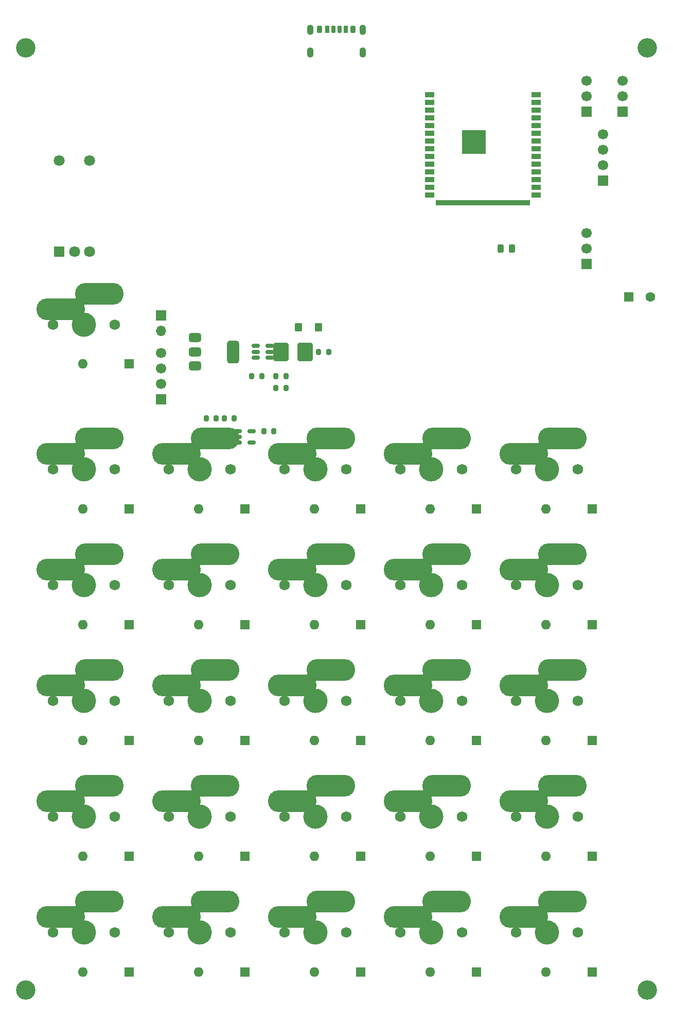
<source format=gts>
%TF.GenerationSoftware,KiCad,Pcbnew,9.0.7*%
%TF.CreationDate,2026-03-01T02:19:44-05:00*%
%TF.ProjectId,Macropad,4d616372-6f70-4616-942e-6b696361645f,rev?*%
%TF.SameCoordinates,Original*%
%TF.FileFunction,Soldermask,Top*%
%TF.FilePolarity,Negative*%
%FSLAX46Y46*%
G04 Gerber Fmt 4.6, Leading zero omitted, Abs format (unit mm)*
G04 Created by KiCad (PCBNEW 9.0.7) date 2026-03-01 02:19:44*
%MOMM*%
%LPD*%
G01*
G04 APERTURE LIST*
G04 Aperture macros list*
%AMRoundRect*
0 Rectangle with rounded corners*
0 $1 Rounding radius*
0 $2 $3 $4 $5 $6 $7 $8 $9 X,Y pos of 4 corners*
0 Add a 4 corners polygon primitive as box body*
4,1,4,$2,$3,$4,$5,$6,$7,$8,$9,$2,$3,0*
0 Add four circle primitives for the rounded corners*
1,1,$1+$1,$2,$3*
1,1,$1+$1,$4,$5*
1,1,$1+$1,$6,$7*
1,1,$1+$1,$8,$9*
0 Add four rect primitives between the rounded corners*
20,1,$1+$1,$2,$3,$4,$5,0*
20,1,$1+$1,$4,$5,$6,$7,0*
20,1,$1+$1,$6,$7,$8,$9,0*
20,1,$1+$1,$8,$9,$2,$3,0*%
G04 Aperture macros list end*
%ADD10O,8.000000X3.600000*%
%ADD11C,4.000000*%
%ADD12C,1.750000*%
%ADD13R,1.600000X1.600000*%
%ADD14O,1.600000X1.600000*%
%ADD15R,1.500000X0.900000*%
%ADD16R,3.900000X3.900000*%
%ADD17R,1.700000X1.700000*%
%ADD18C,1.700000*%
%ADD19O,1.700000X1.700000*%
%ADD20RoundRect,0.375000X-0.625000X-0.375000X0.625000X-0.375000X0.625000X0.375000X-0.625000X0.375000X0*%
%ADD21RoundRect,0.500000X-0.500000X-1.400000X0.500000X-1.400000X0.500000X1.400000X-0.500000X1.400000X0*%
%ADD22RoundRect,0.175000X-0.175000X-0.425000X0.175000X-0.425000X0.175000X0.425000X-0.175000X0.425000X0*%
%ADD23RoundRect,0.190000X0.190000X0.410000X-0.190000X0.410000X-0.190000X-0.410000X0.190000X-0.410000X0*%
%ADD24RoundRect,0.200000X0.200000X0.400000X-0.200000X0.400000X-0.200000X-0.400000X0.200000X-0.400000X0*%
%ADD25RoundRect,0.175000X0.175000X0.425000X-0.175000X0.425000X-0.175000X-0.425000X0.175000X-0.425000X0*%
%ADD26RoundRect,0.190000X-0.190000X-0.410000X0.190000X-0.410000X0.190000X0.410000X-0.190000X0.410000X0*%
%ADD27RoundRect,0.200000X-0.200000X-0.400000X0.200000X-0.400000X0.200000X0.400000X-0.200000X0.400000X0*%
%ADD28O,1.100000X1.700000*%
%ADD29RoundRect,0.150000X-0.512500X-0.150000X0.512500X-0.150000X0.512500X0.150000X-0.512500X0.150000X0*%
%ADD30RoundRect,0.200000X0.275000X-0.200000X0.275000X0.200000X-0.275000X0.200000X-0.275000X-0.200000X0*%
%ADD31RoundRect,0.200000X-0.200000X-0.275000X0.200000X-0.275000X0.200000X0.275000X-0.200000X0.275000X0*%
%ADD32RoundRect,0.250000X-1.000000X-1.250000X1.000000X-1.250000X1.000000X1.250000X-1.000000X1.250000X0*%
%ADD33RoundRect,0.240000X-0.360000X-0.460000X0.360000X-0.460000X0.360000X0.460000X-0.360000X0.460000X0*%
%ADD34RoundRect,0.243750X-0.243750X-0.456250X0.243750X-0.456250X0.243750X0.456250X-0.243750X0.456250X0*%
%ADD35C,1.600000*%
%ADD36R,1.800000X1.800000*%
%ADD37C,1.800000*%
%ADD38C,3.200000*%
G04 APERTURE END LIST*
D10*
%TO.C,SW1*%
X5715000Y-6985000D03*
X12065000Y-4445000D03*
D11*
X9525000Y-9525000D03*
D12*
X4445000Y-9525000D03*
X14605000Y-9525000D03*
%TD*%
D13*
%TO.C,D1*%
X17025000Y-16025000D03*
D14*
X9405000Y-16025000D03*
%TD*%
D10*
%TO.C,SW2*%
X5715000Y-30797000D03*
X12065000Y-28257000D03*
D11*
X9525000Y-33337000D03*
D12*
X4445000Y-33337000D03*
X14605000Y-33337000D03*
%TD*%
D13*
%TO.C,D2*%
X17025000Y-39837000D03*
D14*
X9405000Y-39837000D03*
%TD*%
D10*
%TO.C,SW3*%
X24765000Y-30797000D03*
X31115000Y-28257000D03*
D11*
X28575000Y-33337000D03*
D12*
X23495000Y-33337000D03*
X33655000Y-33337000D03*
%TD*%
D13*
%TO.C,D3*%
X36075000Y-39837000D03*
D14*
X28455000Y-39837000D03*
%TD*%
D10*
%TO.C,SW4*%
X43815000Y-30797000D03*
X50165000Y-28257000D03*
D11*
X47625000Y-33337000D03*
D12*
X42545000Y-33337000D03*
X52705000Y-33337000D03*
%TD*%
D13*
%TO.C,D4*%
X55125000Y-39837000D03*
D14*
X47505000Y-39837000D03*
%TD*%
D10*
%TO.C,SW5*%
X62865000Y-30797000D03*
X69215000Y-28257000D03*
D11*
X66675000Y-33337000D03*
D12*
X61595000Y-33337000D03*
X71755000Y-33337000D03*
%TD*%
D13*
%TO.C,D5*%
X74175000Y-39837000D03*
D14*
X66555000Y-39837000D03*
%TD*%
D10*
%TO.C,SW6*%
X81915000Y-30797000D03*
X88265000Y-28257000D03*
D11*
X85725000Y-33337000D03*
D12*
X80645000Y-33337000D03*
X90805000Y-33337000D03*
%TD*%
D13*
%TO.C,D6*%
X93225000Y-39837000D03*
D14*
X85605000Y-39837000D03*
%TD*%
D10*
%TO.C,SW7*%
X5715000Y-49848000D03*
X12065000Y-47308000D03*
D11*
X9525000Y-52388000D03*
D12*
X4445000Y-52388000D03*
X14605000Y-52388000D03*
%TD*%
D13*
%TO.C,D7*%
X17025000Y-58888000D03*
D14*
X9405000Y-58888000D03*
%TD*%
D10*
%TO.C,SW8*%
X24765000Y-49848000D03*
X31115000Y-47308000D03*
D11*
X28575000Y-52388000D03*
D12*
X23495000Y-52388000D03*
X33655000Y-52388000D03*
%TD*%
D13*
%TO.C,D8*%
X36075000Y-58888000D03*
D14*
X28455000Y-58888000D03*
%TD*%
D10*
%TO.C,SW9*%
X43815000Y-49848000D03*
X50165000Y-47308000D03*
D11*
X47625000Y-52388000D03*
D12*
X42545000Y-52388000D03*
X52705000Y-52388000D03*
%TD*%
D13*
%TO.C,D9*%
X55125000Y-58888000D03*
D14*
X47505000Y-58888000D03*
%TD*%
D10*
%TO.C,SW10*%
X62865000Y-49848000D03*
X69215000Y-47308000D03*
D11*
X66675000Y-52388000D03*
D12*
X61595000Y-52388000D03*
X71755000Y-52388000D03*
%TD*%
D13*
%TO.C,D10*%
X74175000Y-58888000D03*
D14*
X66555000Y-58888000D03*
%TD*%
D10*
%TO.C,SW11*%
X81915000Y-49848000D03*
X88265000Y-47308000D03*
D11*
X85725000Y-52388000D03*
D12*
X80645000Y-52388000D03*
X90805000Y-52388000D03*
%TD*%
D13*
%TO.C,D11*%
X93225000Y-58888000D03*
D14*
X85605000Y-58888000D03*
%TD*%
D10*
%TO.C,SW12*%
X5715000Y-68898000D03*
X12065000Y-66358000D03*
D11*
X9525000Y-71438000D03*
D12*
X4445000Y-71438000D03*
X14605000Y-71438000D03*
%TD*%
D13*
%TO.C,D12*%
X17025000Y-77938000D03*
D14*
X9405000Y-77938000D03*
%TD*%
D10*
%TO.C,SW13*%
X24765000Y-68898000D03*
X31115000Y-66358000D03*
D11*
X28575000Y-71438000D03*
D12*
X23495000Y-71438000D03*
X33655000Y-71438000D03*
%TD*%
D13*
%TO.C,D13*%
X36075000Y-77938000D03*
D14*
X28455000Y-77938000D03*
%TD*%
D10*
%TO.C,SW14*%
X43815000Y-68898000D03*
X50165000Y-66358000D03*
D11*
X47625000Y-71438000D03*
D12*
X42545000Y-71438000D03*
X52705000Y-71438000D03*
%TD*%
D13*
%TO.C,D14*%
X55125000Y-77938000D03*
D14*
X47505000Y-77938000D03*
%TD*%
D10*
%TO.C,SW15*%
X62865000Y-68898000D03*
X69215000Y-66358000D03*
D11*
X66675000Y-71438000D03*
D12*
X61595000Y-71438000D03*
X71755000Y-71438000D03*
%TD*%
D13*
%TO.C,D15*%
X74175000Y-77938000D03*
D14*
X66555000Y-77938000D03*
%TD*%
D10*
%TO.C,SW16*%
X81915000Y-68898000D03*
X88265000Y-66358000D03*
D11*
X85725000Y-71438000D03*
D12*
X80645000Y-71438000D03*
X90805000Y-71438000D03*
%TD*%
D13*
%TO.C,D16*%
X93225000Y-77938000D03*
D14*
X85605000Y-77938000D03*
%TD*%
D10*
%TO.C,SW17*%
X5715000Y-87947000D03*
X12065000Y-85407000D03*
D11*
X9525000Y-90487000D03*
D12*
X4445000Y-90487000D03*
X14605000Y-90487000D03*
%TD*%
D13*
%TO.C,D17*%
X17025000Y-96987000D03*
D14*
X9405000Y-96987000D03*
%TD*%
D10*
%TO.C,SW18*%
X24765000Y-87947000D03*
X31115000Y-85407000D03*
D11*
X28575000Y-90487000D03*
D12*
X23495000Y-90487000D03*
X33655000Y-90487000D03*
%TD*%
D13*
%TO.C,D18*%
X36075000Y-96987000D03*
D14*
X28455000Y-96987000D03*
%TD*%
D10*
%TO.C,SW19*%
X43815000Y-87947000D03*
X50165000Y-85407000D03*
D11*
X47625000Y-90487000D03*
D12*
X42545000Y-90487000D03*
X52705000Y-90487000D03*
%TD*%
D13*
%TO.C,D19*%
X55125000Y-96987000D03*
D14*
X47505000Y-96987000D03*
%TD*%
D10*
%TO.C,SW20*%
X62865000Y-87947000D03*
X69215000Y-85407000D03*
D11*
X66675000Y-90487000D03*
D12*
X61595000Y-90487000D03*
X71755000Y-90487000D03*
%TD*%
D13*
%TO.C,D20*%
X74175000Y-96987000D03*
D14*
X66555000Y-96987000D03*
%TD*%
D10*
%TO.C,SW21*%
X81915000Y-87947000D03*
X88265000Y-85407000D03*
D11*
X85725000Y-90487000D03*
D12*
X80645000Y-90487000D03*
X90805000Y-90487000D03*
%TD*%
D13*
%TO.C,D21*%
X93225000Y-96987000D03*
D14*
X85605000Y-96987000D03*
%TD*%
D10*
%TO.C,SW22*%
X5715000Y-106998000D03*
X12065000Y-104458000D03*
D11*
X9525000Y-109538000D03*
D12*
X4445000Y-109538000D03*
X14605000Y-109538000D03*
%TD*%
D13*
%TO.C,D22*%
X17025000Y-116038000D03*
D14*
X9405000Y-116038000D03*
%TD*%
D10*
%TO.C,SW23*%
X24765000Y-106998000D03*
X31115000Y-104458000D03*
D11*
X28575000Y-109538000D03*
D12*
X23495000Y-109538000D03*
X33655000Y-109538000D03*
%TD*%
D13*
%TO.C,D23*%
X36075000Y-116038000D03*
D14*
X28455000Y-116038000D03*
%TD*%
D10*
%TO.C,SW24*%
X43815000Y-106998000D03*
X50165000Y-104458000D03*
D11*
X47625000Y-109538000D03*
D12*
X42545000Y-109538000D03*
X52705000Y-109538000D03*
%TD*%
D13*
%TO.C,D24*%
X55125000Y-116038000D03*
D14*
X47505000Y-116038000D03*
%TD*%
D10*
%TO.C,SW25*%
X62865000Y-106998000D03*
X69215000Y-104458000D03*
D11*
X66675000Y-109538000D03*
D12*
X61595000Y-109538000D03*
X71755000Y-109538000D03*
%TD*%
D13*
%TO.C,D25*%
X74175000Y-116038000D03*
D14*
X66555000Y-116038000D03*
%TD*%
D10*
%TO.C,SW26*%
X81915000Y-106998000D03*
X88265000Y-104458000D03*
D11*
X85725000Y-109538000D03*
D12*
X80645000Y-109538000D03*
X90805000Y-109538000D03*
%TD*%
D13*
%TO.C,D26*%
X93225000Y-116038000D03*
D14*
X85605000Y-116038000D03*
%TD*%
D15*
%TO.C,U901*%
X66500000Y28260000D03*
X66500000Y26990000D03*
X66500000Y25720000D03*
X66500000Y24450000D03*
X66500000Y23180000D03*
X66500000Y21910000D03*
X66500000Y20640000D03*
X66500000Y19370000D03*
X66500000Y18100000D03*
X66500000Y16830000D03*
X66500000Y15560000D03*
X66500000Y14290000D03*
X66500000Y13020000D03*
X66500000Y11750000D03*
X68265000Y10500000D03*
X69535000Y10500000D03*
X70805000Y10500000D03*
X72075000Y10500000D03*
X73345000Y10500000D03*
X74615000Y10500000D03*
X75885000Y10500000D03*
X77155000Y10500000D03*
X78425000Y10500000D03*
X79695000Y10500000D03*
X80965000Y10500000D03*
X82235000Y10500000D03*
X84000000Y11750000D03*
X84000000Y13020000D03*
X84000000Y14290000D03*
X84000000Y15560000D03*
X84000000Y16830000D03*
X84000000Y18100000D03*
X84000000Y19370000D03*
X84000000Y20640000D03*
X84000000Y21910000D03*
X84000000Y23180000D03*
X84000000Y24450000D03*
X84000000Y25720000D03*
X84000000Y26990000D03*
X84000000Y28260000D03*
D16*
X73750000Y20540000D03*
%TD*%
D17*
%TO.C,J201*%
X98250000Y25460000D03*
D18*
X98250000Y28000000D03*
X98250000Y30540000D03*
%TD*%
D17*
%TO.C,J202*%
X92250000Y25460000D03*
D18*
X92250000Y28000000D03*
X92250000Y30540000D03*
%TD*%
D17*
%TO.C,J301*%
X92250000Y460000D03*
D18*
X92250000Y3000000D03*
X92250000Y5540000D03*
%TD*%
D17*
%TO.C,J302*%
X95000000Y14190000D03*
D18*
X95000000Y16730000D03*
X95000000Y19270000D03*
X95000000Y21810000D03*
%TD*%
D17*
%TO.C,J400*%
X22250000Y-8000000D03*
D19*
X22250000Y-10540000D03*
%TD*%
D17*
%TO.C,J401*%
X22250000Y-21810000D03*
D18*
X22250000Y-19270000D03*
X22250000Y-16730000D03*
X22250000Y-14190000D03*
%TD*%
D20*
%TO.C,U402*%
X27850000Y-11700000D03*
X27850000Y-14000000D03*
D21*
X34150000Y-14000000D03*
D20*
X27850000Y-16300000D03*
%TD*%
D22*
%TO.C,J402*%
X50625000Y39080000D03*
D23*
X52645000Y39080000D03*
D24*
X53875000Y39080000D03*
D25*
X51625000Y39080000D03*
D26*
X49605000Y39080000D03*
D27*
X48375000Y39080000D03*
D28*
X46805000Y39000000D03*
X46805000Y35200000D03*
X55445000Y39000000D03*
X55445000Y35200000D03*
%TD*%
D29*
%TO.C,U403*%
X34862500Y-27050000D03*
X34862500Y-28000000D03*
X34862500Y-28950000D03*
X37137500Y-28950000D03*
X37137500Y-27050000D03*
%TD*%
D30*
%TO.C,R402*%
X11500000Y-28825000D03*
X11500000Y-27175000D03*
%TD*%
%TO.C,R403*%
X12500000Y-28825000D03*
X12500000Y-27175000D03*
%TD*%
D31*
%TO.C,R404*%
X39175000Y-27050000D03*
X40825000Y-27050000D03*
%TD*%
%TO.C,C402*%
X32675000Y-25000000D03*
X34325000Y-25000000D03*
%TD*%
%TO.C,C403*%
X29675000Y-25000000D03*
X31325000Y-25000000D03*
%TD*%
D29*
%TO.C,U404*%
X37862500Y-13050000D03*
X37862500Y-14000000D03*
X37862500Y-14950000D03*
X40137500Y-14950000D03*
X40137500Y-14000000D03*
X40137500Y-13050000D03*
%TD*%
D32*
%TO.C,L401*%
X42000000Y-14000000D03*
X46000000Y-14000000D03*
%TD*%
D33*
%TO.C,D401*%
X44850000Y-10000000D03*
X48150000Y-10000000D03*
%TD*%
D31*
%TO.C,R405*%
X41175000Y-18000000D03*
X42825000Y-18000000D03*
%TD*%
%TO.C,R406*%
X41175000Y-20000000D03*
X42825000Y-20000000D03*
%TD*%
%TO.C,C404*%
X37175000Y-18000000D03*
X38825000Y-18000000D03*
%TD*%
%TO.C,C405*%
X48175000Y-14000000D03*
X49825000Y-14000000D03*
%TD*%
D34*
%TO.C,R401*%
X78122500Y3000000D03*
X79997500Y3000000D03*
%TD*%
D13*
%TO.C,C401*%
X99250000Y-5000000D03*
D35*
X102750000Y-5000000D03*
%TD*%
D36*
%TO.C,SW401*%
X5500000Y2500000D03*
D37*
X10500000Y2500000D03*
X8000000Y2500000D03*
X5500000Y17500000D03*
X10500000Y17500000D03*
%TD*%
D38*
%TO.C,H1*%
X0Y36000000D03*
%TD*%
%TO.C,H2*%
X102250000Y36000000D03*
%TD*%
%TO.C,H3*%
X0Y-119000000D03*
%TD*%
%TO.C,H4*%
X102250000Y-119000000D03*
%TD*%
M02*

</source>
